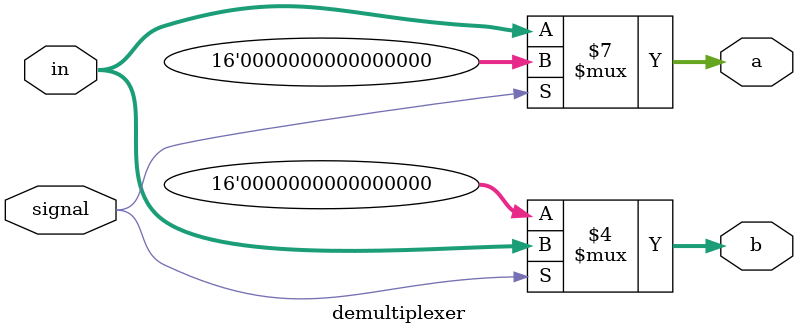
<source format=v>
module demultiplexer(input [15:0] in,
                    input signal,//If the signal is 0, choose a, if 1, choose b.
                    output reg [15:0] a,b);
    always @(*) begin
        if(signal == 1'b0)begin
            a <= in;
            b <= 0;
        end else begin
            a <= 0;
            b <= in;
        end 
    end
endmodule
</source>
